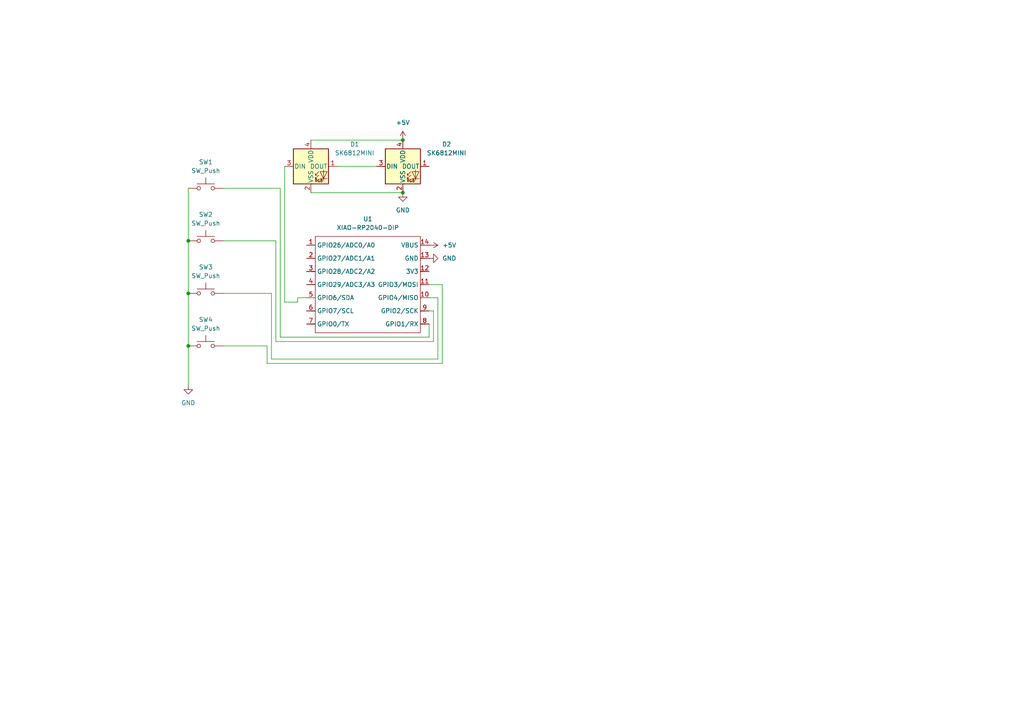
<source format=kicad_sch>
(kicad_sch (version 20250114) (generator "eeschema") (generator_version "9.0")
  (paper "A4")
  (lib_symbols
    (symbol "LED:SK6812MINI" (pin_names (offset 0.254))
      (property "Reference" "D" (at 5.08 5.715 0))
      (property "Value" "SK6812MINI" (at 1.27 -5.715 0))
      (symbol "SK6812MINI_0_0"
        (text "RGB" (at 2.286 -4.191 0) (effects (font (size 0.762 0.762))))
      )
      (symbol "SK6812MINI_0_1"
        (polyline (pts (xy 1.27 -2.54) (xy 1.778 -2.54)))
        (polyline (pts (xy 1.27 -3.556) (xy 1.778 -3.556)))
        (polyline (pts (xy 2.286 -1.524) (xy 1.27 -2.54) (xy 1.27 -2.032)))
        (polyline (pts (xy 2.286 -2.54) (xy 1.27 -3.556) (xy 1.27 -3.048)))
        (polyline (pts (xy 3.683 -1.016) (xy 3.683 -3.556) (xy 3.683 -4.064)))
        (polyline (pts (xy 4.699 -1.524) (xy 2.667 -1.524) (xy 3.683 -3.556) (xy 4.699 -1.524)))
        (polyline (pts (xy 4.699 -3.556) (xy 2.667 -3.556)))
        (rectangle (start 5.08 5.08) (end -5.08 -5.08) (stroke (width 0.254)) (fill (type background)))
      )
      (symbol "SK6812MINI_1_1"
        (pin input line (at -7.62 0 0) (length 2.54) (name "DIN") (number "3"))
        (pin power_in line (at 0 7.62 270) (length 2.54) (name "VDD") (number "4"))
        (pin power_in line (at 0 -7.62 90) (length 2.54) (name "VSS") (number "2"))
        (pin output line (at 7.62 0 180) (length 2.54) (name "DOUT") (number "1"))
      )
    )
    (symbol "OPL:XIAO-RP2040-DIP"
      (property "Reference" "U" (at 0 0 0))
      (property "Value" "XIAO-RP2040-DIP" (at 5.334 -1.778 0))
      (symbol "XIAO-RP2040-DIP_1_0"
        (polyline (pts (xy -1.27 -2.54) (xy 29.21 -2.54)) (stroke (width 0.1524)))
        (polyline (pts (xy -1.27 -5.08) (xy -2.54 -5.08)) (stroke (width 0.1524)))
        (polyline (pts (xy -1.27 -5.08) (xy -1.27 -2.54)) (stroke (width 0.1524)))
        (polyline (pts (xy -1.27 -8.89) (xy -2.54 -8.89)) (stroke (width 0.1524)))
        (polyline (pts (xy -1.27 -8.89) (xy -1.27 -5.08)) (stroke (width 0.1524)))
        (polyline (pts (xy -1.27 -12.7) (xy -2.54 -12.7)) (stroke (width 0.1524)))
        (polyline (pts (xy -1.27 -12.7) (xy -1.27 -8.89)) (stroke (width 0.1524)))
        (polyline (pts (xy -1.27 -16.51) (xy -2.54 -16.51)) (stroke (width 0.1524)))
        (polyline (pts (xy -1.27 -16.51) (xy -1.27 -12.7)) (stroke (width 0.1524)))
        (polyline (pts (xy -1.27 -20.32) (xy -2.54 -20.32)) (stroke (width 0.1524)))
        (polyline (pts (xy -1.27 -24.13) (xy -2.54 -24.13)) (stroke (width 0.1524)))
        (polyline (pts (xy -1.27 -27.94) (xy -2.54 -27.94)) (stroke (width 0.1524)))
        (polyline (pts (xy -1.27 -30.48) (xy -1.27 -16.51)) (stroke (width 0.1524)))
        (polyline (pts (xy 29.21 -2.54) (xy 29.21 -5.08)) (stroke (width 0.1524)))
        (polyline (pts (xy 29.21 -5.08) (xy 29.21 -8.89)) (stroke (width 0.1524)))
        (polyline (pts (xy 29.21 -8.89) (xy 29.21 -12.7)) (stroke (width 0.1524)))
        (polyline (pts (xy 29.21 -12.7) (xy 29.21 -30.48)) (stroke (width 0.1524)))
        (polyline (pts (xy 29.21 -30.48) (xy -1.27 -30.48)) (stroke (width 0.1524)))
        (polyline (pts (xy 30.48 -5.08) (xy 29.21 -5.08)) (stroke (width 0.1524)))
        (polyline (pts (xy 30.48 -8.89) (xy 29.21 -8.89)) (stroke (width 0.1524)))
        (polyline (pts (xy 30.48 -12.7) (xy 29.21 -12.7)) (stroke (width 0.1524)))
        (polyline (pts (xy 30.48 -16.51) (xy 29.21 -16.51)) (stroke (width 0.1524)))
        (polyline (pts (xy 30.48 -20.32) (xy 29.21 -20.32)) (stroke (width 0.1524)))
        (polyline (pts (xy 30.48 -24.13) (xy 29.21 -24.13)) (stroke (width 0.1524)))
        (polyline (pts (xy 30.48 -27.94) (xy 29.21 -27.94)) (stroke (width 0.1524)))
        (pin passive line (at -3.81 -5.08 0) (length 2.54) (name "GPIO26/ADC0/A0") (number "1"))
        (pin passive line (at -3.81 -8.89 0) (length 2.54) (name "GPIO27/ADC1/A1") (number "2"))
        (pin passive line (at -3.81 -12.7 0) (length 2.54) (name "GPIO28/ADC2/A2") (number "3"))
        (pin passive line (at -3.81 -16.51 0) (length 2.54) (name "GPIO29/ADC3/A3") (number "4"))
        (pin passive line (at -3.81 -20.32 0) (length 2.54) (name "GPIO6/SDA") (number "5"))
        (pin passive line (at -3.81 -24.13 0) (length 2.54) (name "GPIO7/SCL") (number "6"))
        (pin passive line (at -3.81 -27.94 0) (length 2.54) (name "GPIO0/TX") (number "7"))
        (pin passive line (at 31.75 -5.08 180) (length 2.54) (name "VBUS") (number "14"))
        (pin passive line (at 31.75 -8.89 180) (length 2.54) (name "GND") (number "13"))
        (pin passive line (at 31.75 -12.7 180) (length 2.54) (name "3V3") (number "12"))
        (pin passive line (at 31.75 -16.51 180) (length 2.54) (name "GPIO3/MOSI") (number "11"))
        (pin passive line (at 31.75 -20.32 180) (length 2.54) (name "GPIO4/MISO") (number "10"))
        (pin passive line (at 31.75 -24.13 180) (length 2.54) (name "GPIO2/SCK") (number "9"))
        (pin passive line (at 31.75 -27.94 180) (length 2.54) (name "GPIO1/RX") (number "8"))
      )
    )
    (symbol "Switch:SW_Push" (pin_numbers (hide yes)) (pin_names (offset 1.016) (hide yes))
      (property "Reference" "SW" (at 1.27 2.54 0))
      (property "Value" "SW_Push" (at 0 -1.524 0))
      (symbol "SW_Push_0_1"
        (circle (center -2.032 0) (radius 0.508))
        (polyline (pts (xy 0 1.27) (xy 0 3.048)))
        (circle (center 2.032 0) (radius 0.508))
        (polyline (pts (xy 2.54 1.27) (xy -2.54 1.27)))
        (pin passive line (at -5.08 0 0) (length 2.54) (name "1") (number "1"))
        (pin passive line (at 5.08 0 180) (length 2.54) (name "2") (number "2"))
      )
    )
    (symbol "power:+5V" (power) (pin_numbers (hide yes)) (pin_names (offset 0) (hide yes))
      (property "Value" "+5V" (at 0 3.556 0))
      (symbol "+5V_0_1"
        (polyline (pts (xy -0.762 1.27) (xy 0 2.54)))
        (polyline (pts (xy 0 2.54) (xy 0.762 1.27)))
        (polyline (pts (xy 0 0) (xy 0 2.54)))
      )
      (symbol "+5V_1_1"
        (pin power_in line (at 0 0 90) (length 0) (name "~") (number "1"))
      )
    )
    (symbol "power:GND" (power) (pin_numbers (hide yes)) (pin_names (offset 0) (hide yes))
      (property "Value" "GND" (at 0 -3.81 0))
      (symbol "GND_0_1"
        (polyline (pts (xy 0 0) (xy 0 -1.27) (xy 1.27 -1.27) (xy 0 -2.54) (xy -1.27 -1.27) (xy 0 -1.27)))
      )
      (symbol "GND_1_1"
        (pin power_in line (at 0 0 270) (length 0) (name "~") (number "1"))
      )
    )
  )
  (junction (at 116.84 40.64))
  (junction (at 116.84 55.88))
  (junction (at 54.61 69.85))
  (junction (at 54.61 85.09))
  (junction (at 54.61 100.33))
  (wire (pts (xy 82.55 87.63) (xy 82.55 48.26)))
  (wire (pts (xy 64.77 85.09) (xy 78.74 85.09)))
  (wire (pts (xy 78.74 85.09) (xy 78.74 104.14)))
  (wire (pts (xy 128.27 82.55) (xy 124.46 82.55)))
  (wire (pts (xy 64.77 69.85) (xy 80.01 69.85)))
  (wire (pts (xy 128.27 105.41) (xy 128.27 82.55)))
  (wire (pts (xy 86.36 87.63) (xy 82.55 87.63)))
  (wire (pts (xy 80.01 99.06) (xy 125.73 99.06)))
  (wire (pts (xy 80.01 69.85) (xy 80.01 99.06)))
  (wire (pts (xy 77.47 100.33) (xy 77.47 105.41)))
  (wire (pts (xy 54.61 54.61) (xy 54.61 69.85)))
  (wire (pts (xy 88.9 86.36) (xy 86.36 86.36)))
  (wire (pts (xy 90.17 55.88) (xy 116.84 55.88)))
  (wire (pts (xy 54.61 100.33) (xy 54.61 111.76)))
  (wire (pts (xy 78.74 104.14) (xy 127 104.14)))
  (wire (pts (xy 77.47 105.41) (xy 128.27 105.41)))
  (wire (pts (xy 86.36 86.36) (xy 86.36 87.63)))
  (wire (pts (xy 54.61 69.85) (xy 54.61 85.09)))
  (wire (pts (xy 124.46 86.36) (xy 127 86.36)))
  (wire (pts (xy 97.79 48.26) (xy 109.22 48.26)))
  (wire (pts (xy 125.73 99.06) (xy 125.73 90.17)))
  (wire (pts (xy 54.61 85.09) (xy 54.61 100.33)))
  (wire (pts (xy 81.28 54.61) (xy 81.28 97.79)))
  (wire (pts (xy 125.73 90.17) (xy 124.46 90.17)))
  (wire (pts (xy 64.77 100.33) (xy 77.47 100.33)))
  (wire (pts (xy 124.46 97.79) (xy 124.46 93.98)))
  (wire (pts (xy 127 104.14) (xy 127 86.36)))
  (wire (pts (xy 81.28 97.79) (xy 124.46 97.79)))
  (wire (pts (xy 64.77 54.61) (xy 81.28 54.61)))
  (wire (pts (xy 90.17 40.64) (xy 116.84 40.64)))
  (symbol (lib_id "power:GND") (at 116.84 55.88 0) (unit 1)
    (property "Reference" "#PWR04" (effects (hide yes)))
    (property "Value" "GND" (at 116.84 60.96 0))
    (property "Description" "Power symbol creates a global label with name \"GND\" , ground" (effects (hide yes)))
  )
  (symbol (lib_id "Switch:SW_Push") (at 59.69 100.33 0) (unit 1)
    (property "Reference" "SW4" (at 59.69 92.71 0))
    (property "Value" "SW_Push" (at 59.69 95.25 0))
    (property "Footprint" "Button_Switch_Keyboard:SW_Cherry_MX_1.00u_PCB" (effects (hide yes)))
    (property "Description" "Push button switch, generic, two pins" (effects (hide yes)))
  )
  (symbol (lib_id "power:GND") (at 54.61 111.76 0) (unit 1)
    (property "Reference" "#PWR01" (effects (hide yes)))
    (property "Value" "GND" (at 54.61 116.84 0))
    (property "Description" "Power symbol creates a global label with name \"GND\" , ground" (effects (hide yes)))
  )
  (symbol (lib_id "Switch:SW_Push") (at 59.69 54.61 0) (unit 1)
    (property "Reference" "SW1" (at 59.69 46.99 0))
    (property "Value" "SW_Push" (at 59.69 49.53 0))
    (property "Footprint" "Button_Switch_Keyboard:SW_Cherry_MX_1.00u_PCB" (effects (hide yes)))
    (property "Description" "Push button switch, generic, two pins" (effects (hide yes)))
  )
  (symbol (lib_id "LED:SK6812MINI") (at 116.84 48.26 0) (unit 1)
    (property "Reference" "D2" (at 129.54 41.8398 0))
    (property "Value" "SK6812MINI" (at 129.54 44.3798 0))
    (property "Footprint" "LED_SMD:LED_SK6812MINI_PLCC4_3.5x3.5mm_P1.75mm" (effects (hide yes)))
    (property "Datasheet" "https://cdn-shop.adafruit.com/product-files/2686/SK6812MINI_REV.01-1-2.pdf" (effects (hide yes)))
    (property "Description" "RGB LED with integrated controller" (effects (hide yes)))
  )
  (symbol (lib_id "Switch:SW_Push") (at 59.69 69.85 0) (unit 1)
    (property "Reference" "SW2" (at 59.69 62.23 0))
    (property "Value" "SW_Push" (at 59.69 64.77 0))
    (property "Footprint" "Button_Switch_Keyboard:SW_Cherry_MX_1.00u_PCB" (effects (hide yes)))
    (property "Description" "Push button switch, generic, two pins" (effects (hide yes)))
  )
  (symbol (lib_id "OPL:XIAO-RP2040-DIP") (at 92.71 66.04 0) (unit 1)
    (property "Reference" "U1" (at 106.68 63.5 0))
    (property "Value" "XIAO-RP2040-DIP" (at 106.68 66.04 0))
    (property "Footprint" "OPL:XIAO-RP2040-DIP" (effects (hide yes)))
  )
  (symbol (lib_id "power:GND") (at 124.46 74.93 90) (unit 1)
    (property "Reference" "#PWR02" (effects (hide yes)))
    (property "Value" "GND" (at 128.27 74.9299 90) (effects (justify right)))
    (property "Description" "Power symbol creates a global label with name \"GND\" , ground" (effects (hide yes)))
  )
  (symbol (lib_id "LED:SK6812MINI") (at 90.17 48.26 0) (unit 1)
    (property "Reference" "D1" (at 102.87 41.8398 0))
    (property "Value" "SK6812MINI" (at 102.87 44.3798 0))
    (property "Footprint" "LED_SMD:LED_SK6812MINI_PLCC4_3.5x3.5mm_P1.75mm" (effects (hide yes)))
    (property "Datasheet" "https://cdn-shop.adafruit.com/product-files/2686/SK6812MINI_REV.01-1-2.pdf" (effects (hide yes)))
    (property "Description" "RGB LED with integrated controller" (effects (hide yes)))
  )
  (symbol (lib_id "power:+5V") (at 116.84 40.64 0) (unit 1)
    (property "Reference" "#PWR05" (effects (hide yes)))
    (property "Value" "+5V" (at 116.84 35.56 0))
    (property "Description" "Power symbol creates a global label with name \"+5V\"" (effects (hide yes)))
  )
  (symbol (lib_id "power:+5V") (at 124.46 71.12 270) (unit 1)
    (property "Reference" "#PWR03" (effects (hide yes)))
    (property "Value" "+5V" (at 128.27 71.1199 90) (effects (justify left)))
    (property "Description" "Power symbol creates a global label with name \"+5V\"" (effects (hide yes)))
  )
  (symbol (lib_id "Switch:SW_Push") (at 59.69 85.09 0) (unit 1)
    (property "Reference" "SW3" (at 59.69 77.47 0))
    (property "Value" "SW_Push" (at 59.69 80.01 0))
    (property "Footprint" "Button_Switch_Keyboard:SW_Cherry_MX_1.00u_PCB" (effects (hide yes)))
    (property "Description" "Push button switch, generic, two pins" (effects (hide yes)))
  )
)
</source>
